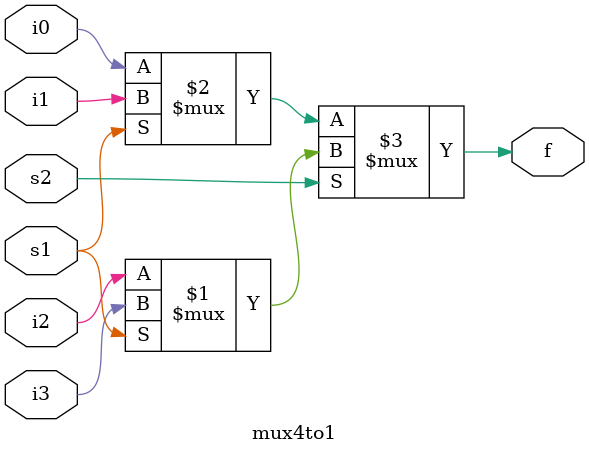
<source format=v>
module mux4to1 (i0,i1,i2,i3,s2,s1,f);
input i0,i1,i2,i3,s2,s1;
output  f;


assign f = s2 ? (s1 ? i3 : i2) : (s1 ? i1 : i0);

endmodule
</source>
